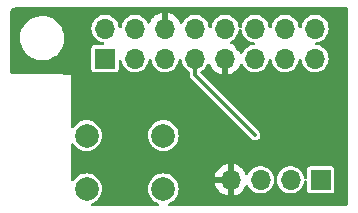
<source format=gbr>
%TF.GenerationSoftware,KiCad,Pcbnew,6.0.6*%
%TF.CreationDate,2022-09-07T18:25:10+01:00*%
%TF.ProjectId,Raspberry PI HAT,52617370-6265-4727-9279-205049204841,rev?*%
%TF.SameCoordinates,Original*%
%TF.FileFunction,Copper,L2,Bot*%
%TF.FilePolarity,Positive*%
%FSLAX46Y46*%
G04 Gerber Fmt 4.6, Leading zero omitted, Abs format (unit mm)*
G04 Created by KiCad (PCBNEW 6.0.6) date 2022-09-07 18:25:10*
%MOMM*%
%LPD*%
G01*
G04 APERTURE LIST*
%TA.AperFunction,ComponentPad*%
%ADD10R,1.700000X1.700000*%
%TD*%
%TA.AperFunction,ComponentPad*%
%ADD11O,1.700000X1.700000*%
%TD*%
%TA.AperFunction,ComponentPad*%
%ADD12C,2.000000*%
%TD*%
%TA.AperFunction,ViaPad*%
%ADD13C,0.800000*%
%TD*%
%TA.AperFunction,Conductor*%
%ADD14C,0.300000*%
%TD*%
G04 APERTURE END LIST*
D10*
%TO.P,U1,1,VCC*%
%TO.N,/3.3v*%
X112064800Y-79451200D03*
D11*
%TO.P,U1,2,IO*%
%TO.N,Net-(J1-Pad11)*%
X109524800Y-79451200D03*
%TO.P,U1,3,NC*%
%TO.N,unconnected-(U1-Pad3)*%
X106984800Y-79451200D03*
%TO.P,U1,4,GND*%
%TO.N,/GND*%
X104444800Y-79451200D03*
%TD*%
D10*
%TO.P,J1,1,3V3*%
%TO.N,/3.3v*%
X93820000Y-69189600D03*
D11*
%TO.P,J1,2,5V*%
%TO.N,unconnected-(J1-Pad2)*%
X93820000Y-66649600D03*
%TO.P,J1,3,SDA/GPIO2*%
%TO.N,unconnected-(J1-Pad3)*%
X96360000Y-69189600D03*
%TO.P,J1,4,5V*%
%TO.N,unconnected-(J1-Pad4)*%
X96360000Y-66649600D03*
%TO.P,J1,5,SCL/GPIO3*%
%TO.N,unconnected-(J1-Pad5)*%
X98900000Y-69189600D03*
%TO.P,J1,6,GND*%
%TO.N,/GND*%
X98900000Y-66649600D03*
%TO.P,J1,7,GCLK0/GPIO4*%
%TO.N,Net-(J1-Pad7)*%
X101440000Y-69189600D03*
%TO.P,J1,8,GPIO14/TXD*%
%TO.N,/button input*%
X101440000Y-66649600D03*
%TO.P,J1,9,GND*%
%TO.N,/GND*%
X103980000Y-69189600D03*
%TO.P,J1,10,GPIO15/RXD*%
%TO.N,unconnected-(J1-Pad10)*%
X103980000Y-66649600D03*
%TO.P,J1,11,GPIO17*%
%TO.N,Net-(J1-Pad11)*%
X106520000Y-69189600D03*
%TO.P,J1,12,GPIO18/PWM0*%
%TO.N,unconnected-(J1-Pad12)*%
X106520000Y-66649600D03*
%TO.P,J1,13,GPIO27*%
%TO.N,unconnected-(J1-Pad13)*%
X109060000Y-69189600D03*
%TO.P,J1,14,GND*%
%TO.N,unconnected-(J1-Pad14)*%
X109060000Y-66649600D03*
%TO.P,J1,15,GPIO22*%
%TO.N,unconnected-(J1-Pad15)*%
X111600000Y-69189600D03*
%TO.P,J1,16,GPIO23*%
%TO.N,unconnected-(J1-Pad16)*%
X111600000Y-66649600D03*
%TD*%
D12*
%TO.P,SW1,1,1*%
%TO.N,/3.3v*%
X92255200Y-80213200D03*
X98755200Y-80213200D03*
%TO.P,SW1,2,2*%
%TO.N,/button input*%
X98755200Y-75713200D03*
X92255200Y-75713200D03*
%TD*%
D13*
%TO.N,/GND*%
X105206800Y-68173600D03*
X109728000Y-73863200D03*
%TD*%
D14*
%TO.N,Net-(J1-Pad7)*%
X101440000Y-70553600D02*
X101440000Y-69189600D01*
X106527600Y-75641200D02*
X101440000Y-70553600D01*
%TD*%
%TA.AperFunction,Conductor*%
%TO.N,/GND*%
G36*
X114348021Y-64836502D02*
G01*
X114394514Y-64890158D01*
X114405900Y-64942500D01*
X114405900Y-81514802D01*
X114385898Y-81582923D01*
X114332242Y-81629416D01*
X114280167Y-81640802D01*
X104469224Y-81661588D01*
X99271367Y-81672601D01*
X99203205Y-81652743D01*
X99156599Y-81599186D01*
X99146346Y-81528934D01*
X99175702Y-81464290D01*
X99217851Y-81432406D01*
X99402953Y-81346091D01*
X99402956Y-81346089D01*
X99407934Y-81343768D01*
X99594339Y-81213247D01*
X99755247Y-81052339D01*
X99885768Y-80865934D01*
X99923633Y-80784734D01*
X99979616Y-80664678D01*
X99979617Y-80664676D01*
X99981939Y-80659696D01*
X99992934Y-80618664D01*
X100039411Y-80445207D01*
X100039411Y-80445205D01*
X100040835Y-80439892D01*
X100060668Y-80213200D01*
X100040835Y-79986508D01*
X100021858Y-79915683D01*
X99983362Y-79772014D01*
X99983361Y-79772012D01*
X99981939Y-79766704D01*
X99959771Y-79719166D01*
X103113057Y-79719166D01*
X103143365Y-79853646D01*
X103146445Y-79863475D01*
X103226570Y-80060803D01*
X103231213Y-80069994D01*
X103342494Y-80251588D01*
X103348577Y-80259899D01*
X103488013Y-80420867D01*
X103495380Y-80428083D01*
X103659234Y-80564116D01*
X103667681Y-80570031D01*
X103851556Y-80677479D01*
X103860842Y-80681929D01*
X104059801Y-80757903D01*
X104069699Y-80760779D01*
X104173050Y-80781806D01*
X104187099Y-80780610D01*
X104190800Y-80770265D01*
X104190800Y-80769717D01*
X104698800Y-80769717D01*
X104702864Y-80783559D01*
X104716278Y-80785593D01*
X104722984Y-80784734D01*
X104733062Y-80782592D01*
X104937055Y-80721391D01*
X104946642Y-80717633D01*
X105137895Y-80623939D01*
X105146745Y-80618664D01*
X105320128Y-80494992D01*
X105328000Y-80488339D01*
X105478852Y-80338012D01*
X105485530Y-80330165D01*
X105609803Y-80157220D01*
X105615113Y-80148383D01*
X105709470Y-79957467D01*
X105712819Y-79949009D01*
X105756493Y-79893036D01*
X105823496Y-79869559D01*
X105892555Y-79886035D01*
X105944397Y-79942642D01*
X105962169Y-79981193D01*
X105984169Y-80028914D01*
X106106205Y-80201591D01*
X106110339Y-80205618D01*
X106250527Y-80342183D01*
X106257665Y-80349137D01*
X106262461Y-80352342D01*
X106262464Y-80352344D01*
X106365016Y-80420867D01*
X106433477Y-80466611D01*
X106438785Y-80468892D01*
X106438786Y-80468892D01*
X106622450Y-80547800D01*
X106622453Y-80547801D01*
X106627753Y-80550078D01*
X106633382Y-80551352D01*
X106633383Y-80551352D01*
X106828350Y-80595469D01*
X106828353Y-80595469D01*
X106833986Y-80596744D01*
X106839757Y-80596971D01*
X106839759Y-80596971D01*
X106901789Y-80599408D01*
X107045270Y-80605046D01*
X107050979Y-80604218D01*
X107050983Y-80604218D01*
X107248815Y-80575533D01*
X107248819Y-80575532D01*
X107254530Y-80574704D01*
X107341379Y-80545223D01*
X107449283Y-80508595D01*
X107449288Y-80508593D01*
X107454755Y-80506737D01*
X107459798Y-80503913D01*
X107634195Y-80406246D01*
X107634199Y-80406243D01*
X107639242Y-80403419D01*
X107801812Y-80268212D01*
X107937019Y-80105642D01*
X107939843Y-80100599D01*
X107939846Y-80100595D01*
X108037513Y-79926198D01*
X108037514Y-79926196D01*
X108040337Y-79921155D01*
X108042193Y-79915688D01*
X108042195Y-79915683D01*
X108106447Y-79726400D01*
X108108304Y-79720930D01*
X108120394Y-79637550D01*
X108129890Y-79572060D01*
X108159460Y-79507515D01*
X108219232Y-79469203D01*
X108290229Y-79469287D01*
X108349909Y-79507742D01*
X108379325Y-79572358D01*
X108380315Y-79581895D01*
X108383596Y-79631949D01*
X108385017Y-79637545D01*
X108385018Y-79637550D01*
X108417820Y-79766704D01*
X108435645Y-79836890D01*
X108524169Y-80028914D01*
X108646205Y-80201591D01*
X108650339Y-80205618D01*
X108790527Y-80342183D01*
X108797665Y-80349137D01*
X108802461Y-80352342D01*
X108802464Y-80352344D01*
X108905016Y-80420867D01*
X108973477Y-80466611D01*
X108978785Y-80468892D01*
X108978786Y-80468892D01*
X109162450Y-80547800D01*
X109162453Y-80547801D01*
X109167753Y-80550078D01*
X109173382Y-80551352D01*
X109173383Y-80551352D01*
X109368350Y-80595469D01*
X109368353Y-80595469D01*
X109373986Y-80596744D01*
X109379757Y-80596971D01*
X109379759Y-80596971D01*
X109441789Y-80599408D01*
X109585270Y-80605046D01*
X109590979Y-80604218D01*
X109590983Y-80604218D01*
X109788815Y-80575533D01*
X109788819Y-80575532D01*
X109794530Y-80574704D01*
X109881379Y-80545223D01*
X109989283Y-80508595D01*
X109989288Y-80508593D01*
X109994755Y-80506737D01*
X109999798Y-80503913D01*
X110174195Y-80406246D01*
X110174199Y-80406243D01*
X110179242Y-80403419D01*
X110341812Y-80268212D01*
X110477019Y-80105642D01*
X110479843Y-80100599D01*
X110479846Y-80100595D01*
X110577513Y-79926198D01*
X110577514Y-79926196D01*
X110580337Y-79921155D01*
X110582193Y-79915688D01*
X110582195Y-79915683D01*
X110646447Y-79726400D01*
X110648304Y-79720930D01*
X110663604Y-79615411D01*
X110693174Y-79550865D01*
X110752946Y-79512553D01*
X110823943Y-79512637D01*
X110883623Y-79551092D01*
X110913039Y-79615708D01*
X110914300Y-79633491D01*
X110914300Y-80345846D01*
X110917418Y-80372046D01*
X110962861Y-80474353D01*
X110971094Y-80482572D01*
X110971095Y-80482573D01*
X110997163Y-80508595D01*
X111042087Y-80553441D01*
X111052724Y-80558144D01*
X111052726Y-80558145D01*
X111090182Y-80574704D01*
X111144473Y-80598706D01*
X111170154Y-80601700D01*
X112959446Y-80601700D01*
X112963150Y-80601259D01*
X112963153Y-80601259D01*
X112970546Y-80600379D01*
X112985646Y-80598582D01*
X113087953Y-80553139D01*
X113167041Y-80473913D01*
X113184505Y-80434412D01*
X113198065Y-80403738D01*
X113212306Y-80371527D01*
X113215300Y-80345846D01*
X113215300Y-78556554D01*
X113212182Y-78530354D01*
X113166739Y-78428047D01*
X113158244Y-78419566D01*
X113095745Y-78357177D01*
X113087513Y-78348959D01*
X113076876Y-78344256D01*
X113076874Y-78344255D01*
X113007798Y-78313717D01*
X112985127Y-78303694D01*
X112959446Y-78300700D01*
X111170154Y-78300700D01*
X111166450Y-78301141D01*
X111166447Y-78301141D01*
X111159054Y-78302021D01*
X111143954Y-78303818D01*
X111135314Y-78307656D01*
X111135313Y-78307656D01*
X111068931Y-78337142D01*
X111041647Y-78349261D01*
X110962559Y-78428487D01*
X110957856Y-78439124D01*
X110957855Y-78439126D01*
X110931535Y-78498662D01*
X110917294Y-78530873D01*
X110914300Y-78556554D01*
X110914300Y-79250311D01*
X110894298Y-79318432D01*
X110840642Y-79364925D01*
X110770368Y-79375029D01*
X110705788Y-79345535D01*
X110667404Y-79285809D01*
X110662829Y-79261840D01*
X110661410Y-79246397D01*
X110660881Y-79240640D01*
X110654228Y-79217048D01*
X110617208Y-79085787D01*
X110603486Y-79037131D01*
X110594492Y-79018892D01*
X110512519Y-78852669D01*
X110509965Y-78847490D01*
X110383451Y-78678067D01*
X110256036Y-78560286D01*
X110232422Y-78538457D01*
X110232420Y-78538455D01*
X110228181Y-78534537D01*
X110096441Y-78451415D01*
X110054234Y-78424784D01*
X110054233Y-78424784D01*
X110049354Y-78421705D01*
X109852960Y-78343352D01*
X109847303Y-78342227D01*
X109847297Y-78342225D01*
X109651242Y-78303228D01*
X109651240Y-78303228D01*
X109645575Y-78302101D01*
X109639800Y-78302025D01*
X109639796Y-78302025D01*
X109533776Y-78300637D01*
X109434146Y-78299333D01*
X109428449Y-78300312D01*
X109428448Y-78300312D01*
X109231450Y-78334162D01*
X109231449Y-78334162D01*
X109225753Y-78335141D01*
X109027375Y-78408327D01*
X109022414Y-78411279D01*
X109022413Y-78411279D01*
X108976353Y-78438682D01*
X108845656Y-78516438D01*
X108686681Y-78655855D01*
X108555776Y-78821908D01*
X108553087Y-78827019D01*
X108553085Y-78827022D01*
X108539592Y-78852669D01*
X108457323Y-79009036D01*
X108394620Y-79210973D01*
X108393941Y-79216710D01*
X108379888Y-79335439D01*
X108352017Y-79400737D01*
X108293269Y-79440601D01*
X108222294Y-79442374D01*
X108161628Y-79405495D01*
X108130530Y-79341671D01*
X108129290Y-79332158D01*
X108125032Y-79285809D01*
X108120881Y-79240640D01*
X108114228Y-79217048D01*
X108077208Y-79085787D01*
X108063486Y-79037131D01*
X108054492Y-79018892D01*
X107972519Y-78852669D01*
X107969965Y-78847490D01*
X107843451Y-78678067D01*
X107716036Y-78560286D01*
X107692422Y-78538457D01*
X107692420Y-78538455D01*
X107688181Y-78534537D01*
X107556441Y-78451415D01*
X107514234Y-78424784D01*
X107514233Y-78424784D01*
X107509354Y-78421705D01*
X107312960Y-78343352D01*
X107307303Y-78342227D01*
X107307297Y-78342225D01*
X107111242Y-78303228D01*
X107111240Y-78303228D01*
X107105575Y-78302101D01*
X107099800Y-78302025D01*
X107099796Y-78302025D01*
X106993776Y-78300637D01*
X106894146Y-78299333D01*
X106888449Y-78300312D01*
X106888448Y-78300312D01*
X106691450Y-78334162D01*
X106691449Y-78334162D01*
X106685753Y-78335141D01*
X106487375Y-78408327D01*
X106482414Y-78411279D01*
X106482413Y-78411279D01*
X106436353Y-78438682D01*
X106305656Y-78516438D01*
X106146681Y-78655855D01*
X106015776Y-78821908D01*
X106013087Y-78827019D01*
X106013085Y-78827022D01*
X105938955Y-78967920D01*
X105889536Y-79018892D01*
X105820403Y-79035055D01*
X105753507Y-79011276D01*
X105711897Y-78959494D01*
X105647771Y-78812014D01*
X105642905Y-78802939D01*
X105527226Y-78624126D01*
X105520936Y-78615957D01*
X105377606Y-78458440D01*
X105370073Y-78451415D01*
X105202939Y-78319422D01*
X105194352Y-78313717D01*
X105007917Y-78210799D01*
X104998505Y-78206569D01*
X104797759Y-78135480D01*
X104787788Y-78132846D01*
X104716637Y-78120172D01*
X104703340Y-78121632D01*
X104698800Y-78136189D01*
X104698800Y-80769717D01*
X104190800Y-80769717D01*
X104190800Y-79723315D01*
X104186325Y-79708076D01*
X104184935Y-79706871D01*
X104177252Y-79705200D01*
X103128025Y-79705200D01*
X103114494Y-79709173D01*
X103113057Y-79719166D01*
X99959771Y-79719166D01*
X99921713Y-79637550D01*
X99888091Y-79565447D01*
X99888089Y-79565444D01*
X99885768Y-79560466D01*
X99755247Y-79374061D01*
X99594339Y-79213153D01*
X99554679Y-79185383D01*
X103109189Y-79185383D01*
X103110712Y-79193807D01*
X103123092Y-79197200D01*
X104172685Y-79197200D01*
X104187924Y-79192725D01*
X104189129Y-79191335D01*
X104190800Y-79183652D01*
X104190800Y-78134302D01*
X104186882Y-78120958D01*
X104172606Y-78118971D01*
X104134124Y-78124860D01*
X104124088Y-78127251D01*
X103921668Y-78193412D01*
X103912159Y-78197409D01*
X103723263Y-78295742D01*
X103714538Y-78301236D01*
X103544233Y-78429105D01*
X103536526Y-78435948D01*
X103389390Y-78589917D01*
X103382904Y-78597927D01*
X103262898Y-78773849D01*
X103257800Y-78782823D01*
X103168138Y-78975983D01*
X103164575Y-78985670D01*
X103109189Y-79185383D01*
X99554679Y-79185383D01*
X99407934Y-79082632D01*
X99402956Y-79080311D01*
X99402953Y-79080309D01*
X99206678Y-78988784D01*
X99206676Y-78988783D01*
X99201696Y-78986461D01*
X99196388Y-78985039D01*
X99196386Y-78985038D01*
X98987207Y-78928989D01*
X98987205Y-78928989D01*
X98981892Y-78927565D01*
X98755200Y-78907732D01*
X98528508Y-78927565D01*
X98523195Y-78928989D01*
X98523193Y-78928989D01*
X98314014Y-78985038D01*
X98314012Y-78985039D01*
X98308704Y-78986461D01*
X98303724Y-78988783D01*
X98303722Y-78988784D01*
X98107447Y-79080309D01*
X98107444Y-79080311D01*
X98102466Y-79082632D01*
X97916061Y-79213153D01*
X97755153Y-79374061D01*
X97624632Y-79560466D01*
X97622311Y-79565444D01*
X97622309Y-79565447D01*
X97588687Y-79637550D01*
X97528461Y-79766704D01*
X97527039Y-79772012D01*
X97527038Y-79772014D01*
X97488542Y-79915683D01*
X97469565Y-79986508D01*
X97449732Y-80213200D01*
X97469565Y-80439892D01*
X97470989Y-80445205D01*
X97470989Y-80445207D01*
X97517467Y-80618664D01*
X97528461Y-80659696D01*
X97530783Y-80664676D01*
X97530784Y-80664678D01*
X97586768Y-80784734D01*
X97624632Y-80865934D01*
X97755153Y-81052339D01*
X97916061Y-81213247D01*
X98102466Y-81343768D01*
X98107444Y-81346089D01*
X98107447Y-81346091D01*
X98297216Y-81434582D01*
X98350501Y-81481500D01*
X98369962Y-81549777D01*
X98349420Y-81617737D01*
X98295397Y-81663802D01*
X98244233Y-81674777D01*
X92737879Y-81686443D01*
X92669716Y-81666585D01*
X92623110Y-81613028D01*
X92612857Y-81542776D01*
X92642213Y-81478132D01*
X92694518Y-81442042D01*
X92696389Y-81441361D01*
X92701696Y-81439939D01*
X92792676Y-81397514D01*
X92902953Y-81346091D01*
X92902956Y-81346089D01*
X92907934Y-81343768D01*
X93094339Y-81213247D01*
X93255247Y-81052339D01*
X93385768Y-80865934D01*
X93423633Y-80784734D01*
X93479616Y-80664678D01*
X93479617Y-80664676D01*
X93481939Y-80659696D01*
X93492934Y-80618664D01*
X93539411Y-80445207D01*
X93539411Y-80445205D01*
X93540835Y-80439892D01*
X93560668Y-80213200D01*
X93540835Y-79986508D01*
X93521858Y-79915683D01*
X93483362Y-79772014D01*
X93483361Y-79772012D01*
X93481939Y-79766704D01*
X93421713Y-79637550D01*
X93388091Y-79565447D01*
X93388089Y-79565444D01*
X93385768Y-79560466D01*
X93255247Y-79374061D01*
X93094339Y-79213153D01*
X92907934Y-79082632D01*
X92902956Y-79080311D01*
X92902953Y-79080309D01*
X92706678Y-78988784D01*
X92706676Y-78988783D01*
X92701696Y-78986461D01*
X92696388Y-78985039D01*
X92696386Y-78985038D01*
X92487207Y-78928989D01*
X92487205Y-78928989D01*
X92481892Y-78927565D01*
X92255200Y-78907732D01*
X92028508Y-78927565D01*
X92023195Y-78928989D01*
X92023193Y-78928989D01*
X91814014Y-78985038D01*
X91814012Y-78985039D01*
X91808704Y-78986461D01*
X91803724Y-78988783D01*
X91803722Y-78988784D01*
X91607447Y-79080309D01*
X91607444Y-79080311D01*
X91602466Y-79082632D01*
X91416061Y-79213153D01*
X91255153Y-79374061D01*
X91211817Y-79435952D01*
X91161213Y-79508222D01*
X91105756Y-79552551D01*
X91035137Y-79559860D01*
X90971776Y-79527830D01*
X90935791Y-79466628D01*
X90932000Y-79435952D01*
X90932000Y-76490448D01*
X90952002Y-76422327D01*
X91005658Y-76375834D01*
X91075932Y-76365730D01*
X91140512Y-76395224D01*
X91161213Y-76418178D01*
X91255153Y-76552339D01*
X91416061Y-76713247D01*
X91602466Y-76843768D01*
X91607444Y-76846089D01*
X91607447Y-76846091D01*
X91803722Y-76937616D01*
X91808704Y-76939939D01*
X91814012Y-76941361D01*
X91814014Y-76941362D01*
X92023193Y-76997411D01*
X92023195Y-76997411D01*
X92028508Y-76998835D01*
X92255200Y-77018668D01*
X92481892Y-76998835D01*
X92487205Y-76997411D01*
X92487207Y-76997411D01*
X92696386Y-76941362D01*
X92696388Y-76941361D01*
X92701696Y-76939939D01*
X92706678Y-76937616D01*
X92902953Y-76846091D01*
X92902956Y-76846089D01*
X92907934Y-76843768D01*
X93094339Y-76713247D01*
X93255247Y-76552339D01*
X93385768Y-76365934D01*
X93481939Y-76159696D01*
X93500179Y-76091625D01*
X93539411Y-75945207D01*
X93539411Y-75945205D01*
X93540835Y-75939892D01*
X93560668Y-75713200D01*
X97449732Y-75713200D01*
X97469565Y-75939892D01*
X97470989Y-75945205D01*
X97470989Y-75945207D01*
X97510222Y-76091625D01*
X97528461Y-76159696D01*
X97624632Y-76365934D01*
X97755153Y-76552339D01*
X97916061Y-76713247D01*
X98102466Y-76843768D01*
X98107444Y-76846089D01*
X98107447Y-76846091D01*
X98303722Y-76937616D01*
X98308704Y-76939939D01*
X98314012Y-76941361D01*
X98314014Y-76941362D01*
X98523193Y-76997411D01*
X98523195Y-76997411D01*
X98528508Y-76998835D01*
X98755200Y-77018668D01*
X98981892Y-76998835D01*
X98987205Y-76997411D01*
X98987207Y-76997411D01*
X99196386Y-76941362D01*
X99196388Y-76941361D01*
X99201696Y-76939939D01*
X99206678Y-76937616D01*
X99402953Y-76846091D01*
X99402956Y-76846089D01*
X99407934Y-76843768D01*
X99594339Y-76713247D01*
X99755247Y-76552339D01*
X99885768Y-76365934D01*
X99981939Y-76159696D01*
X100000179Y-76091625D01*
X100039411Y-75945207D01*
X100039411Y-75945205D01*
X100040835Y-75939892D01*
X100060668Y-75713200D01*
X100040835Y-75486508D01*
X99981939Y-75266704D01*
X99885768Y-75060466D01*
X99755247Y-74874061D01*
X99594339Y-74713153D01*
X99407934Y-74582632D01*
X99402956Y-74580311D01*
X99402953Y-74580309D01*
X99206678Y-74488784D01*
X99206676Y-74488783D01*
X99201696Y-74486461D01*
X99196388Y-74485039D01*
X99196386Y-74485038D01*
X98987207Y-74428989D01*
X98987205Y-74428989D01*
X98981892Y-74427565D01*
X98755200Y-74407732D01*
X98528508Y-74427565D01*
X98523195Y-74428989D01*
X98523193Y-74428989D01*
X98314014Y-74485038D01*
X98314012Y-74485039D01*
X98308704Y-74486461D01*
X98303724Y-74488783D01*
X98303722Y-74488784D01*
X98107447Y-74580309D01*
X98107444Y-74580311D01*
X98102466Y-74582632D01*
X97916061Y-74713153D01*
X97755153Y-74874061D01*
X97624632Y-75060466D01*
X97528461Y-75266704D01*
X97469565Y-75486508D01*
X97449732Y-75713200D01*
X93560668Y-75713200D01*
X93540835Y-75486508D01*
X93481939Y-75266704D01*
X93385768Y-75060466D01*
X93255247Y-74874061D01*
X93094339Y-74713153D01*
X92907934Y-74582632D01*
X92902956Y-74580311D01*
X92902953Y-74580309D01*
X92706678Y-74488784D01*
X92706676Y-74488783D01*
X92701696Y-74486461D01*
X92696388Y-74485039D01*
X92696386Y-74485038D01*
X92487207Y-74428989D01*
X92487205Y-74428989D01*
X92481892Y-74427565D01*
X92255200Y-74407732D01*
X92028508Y-74427565D01*
X92023195Y-74428989D01*
X92023193Y-74428989D01*
X91814014Y-74485038D01*
X91814012Y-74485039D01*
X91808704Y-74486461D01*
X91803724Y-74488783D01*
X91803722Y-74488784D01*
X91607447Y-74580309D01*
X91607444Y-74580311D01*
X91602466Y-74582632D01*
X91416061Y-74713153D01*
X91255153Y-74874061D01*
X91251994Y-74878573D01*
X91161213Y-75008222D01*
X91105756Y-75052551D01*
X91035137Y-75059860D01*
X90971776Y-75027830D01*
X90935791Y-74966628D01*
X90932000Y-74935952D01*
X90932000Y-70612000D01*
X90441870Y-70612000D01*
X90377094Y-70593253D01*
X90377015Y-70593409D01*
X90371739Y-70590732D01*
X90237933Y-70522846D01*
X90237931Y-70522845D01*
X90232656Y-70520169D01*
X90226971Y-70518524D01*
X90226969Y-70518523D01*
X90082854Y-70476816D01*
X90082851Y-70476815D01*
X90077162Y-70475169D01*
X90038079Y-70471488D01*
X89983000Y-70466300D01*
X89977559Y-70465387D01*
X89975378Y-70464517D01*
X89969085Y-70463900D01*
X89963432Y-70463900D01*
X89951617Y-70463345D01*
X89929905Y-70461300D01*
X89928995Y-70461177D01*
X89928598Y-70461177D01*
X89924850Y-70460824D01*
X89916000Y-70459264D01*
X89900563Y-70461986D01*
X89878683Y-70463900D01*
X85927200Y-70463900D01*
X85859079Y-70443898D01*
X85812586Y-70390242D01*
X85801200Y-70337900D01*
X85801200Y-67403656D01*
X86624321Y-67403656D01*
X86624496Y-67408108D01*
X86626629Y-67462400D01*
X86633076Y-67626483D01*
X86634692Y-67667625D01*
X86682154Y-67927500D01*
X86696556Y-67970668D01*
X86759131Y-68158227D01*
X86765759Y-68178095D01*
X86883839Y-68414410D01*
X87034037Y-68631730D01*
X87037053Y-68634992D01*
X87037058Y-68634999D01*
X87172110Y-68781096D01*
X87213359Y-68825719D01*
X87216813Y-68828531D01*
X87414767Y-68989691D01*
X87414771Y-68989694D01*
X87418224Y-68992505D01*
X87422046Y-68994806D01*
X87639178Y-69125530D01*
X87644546Y-69128762D01*
X87680284Y-69143895D01*
X87883711Y-69230036D01*
X87883715Y-69230037D01*
X87887809Y-69231771D01*
X87892101Y-69232909D01*
X87892104Y-69232910D01*
X88138862Y-69298337D01*
X88138866Y-69298338D01*
X88143159Y-69299476D01*
X88147568Y-69299998D01*
X88147574Y-69299999D01*
X88293326Y-69317249D01*
X88405501Y-69330526D01*
X88669602Y-69324302D01*
X88693640Y-69320301D01*
X88925800Y-69281659D01*
X88925804Y-69281658D01*
X88930190Y-69280928D01*
X88934431Y-69279587D01*
X88934434Y-69279586D01*
X89177821Y-69202613D01*
X89177823Y-69202612D01*
X89182067Y-69201270D01*
X89420208Y-69086916D01*
X89616733Y-68955602D01*
X89636152Y-68942627D01*
X89636156Y-68942624D01*
X89639860Y-68940149D01*
X89643177Y-68937178D01*
X89643181Y-68937175D01*
X89833323Y-68766870D01*
X89833324Y-68766869D01*
X89836641Y-68763898D01*
X90006625Y-68561677D01*
X90146420Y-68337523D01*
X90253237Y-68095908D01*
X90315288Y-67875891D01*
X90323733Y-67845948D01*
X90323734Y-67845944D01*
X90324944Y-67841653D01*
X90360112Y-67579831D01*
X90361253Y-67543510D01*
X90363701Y-67465622D01*
X90363701Y-67465617D01*
X90363802Y-67462400D01*
X90345144Y-67198886D01*
X90334062Y-67147409D01*
X90290479Y-66944977D01*
X90290479Y-66944975D01*
X90289543Y-66940630D01*
X90198108Y-66692785D01*
X90170044Y-66640774D01*
X90158486Y-66619354D01*
X92664967Y-66619354D01*
X92678796Y-66830349D01*
X92680217Y-66835945D01*
X92680218Y-66835950D01*
X92702784Y-66924800D01*
X92730845Y-67035290D01*
X92819369Y-67227314D01*
X92941405Y-67399991D01*
X93092865Y-67547537D01*
X93097661Y-67550742D01*
X93097664Y-67550744D01*
X93200216Y-67619267D01*
X93268677Y-67665011D01*
X93273985Y-67667292D01*
X93273986Y-67667292D01*
X93457650Y-67746200D01*
X93457653Y-67746201D01*
X93462953Y-67748478D01*
X93468582Y-67749752D01*
X93468583Y-67749752D01*
X93647368Y-67790207D01*
X93709395Y-67824750D01*
X93742899Y-67887343D01*
X93737245Y-67958114D01*
X93694226Y-68014594D01*
X93627501Y-68038849D01*
X93619560Y-68039100D01*
X92925354Y-68039100D01*
X92921650Y-68039541D01*
X92921647Y-68039541D01*
X92914254Y-68040421D01*
X92899154Y-68042218D01*
X92890514Y-68046056D01*
X92890513Y-68046056D01*
X92824131Y-68075542D01*
X92796847Y-68087661D01*
X92717759Y-68166887D01*
X92713056Y-68177524D01*
X92713055Y-68177526D01*
X92686735Y-68237062D01*
X92672494Y-68269273D01*
X92669500Y-68294954D01*
X92669500Y-70084246D01*
X92672618Y-70110446D01*
X92676456Y-70119086D01*
X92676456Y-70119087D01*
X92713140Y-70201674D01*
X92718061Y-70212753D01*
X92726294Y-70220972D01*
X92726295Y-70220973D01*
X92752363Y-70246995D01*
X92797287Y-70291841D01*
X92807924Y-70296544D01*
X92807926Y-70296545D01*
X92845382Y-70313104D01*
X92899673Y-70337106D01*
X92925354Y-70340100D01*
X94714646Y-70340100D01*
X94718350Y-70339659D01*
X94718353Y-70339659D01*
X94725746Y-70338779D01*
X94740846Y-70336982D01*
X94753569Y-70331331D01*
X94832518Y-70296263D01*
X94843153Y-70291539D01*
X94922241Y-70212313D01*
X94967506Y-70109927D01*
X94970500Y-70084246D01*
X94970500Y-69400273D01*
X94990502Y-69332152D01*
X95044158Y-69285659D01*
X95114432Y-69275555D01*
X95179012Y-69305049D01*
X95217396Y-69364775D01*
X95218658Y-69370384D01*
X95218796Y-69370349D01*
X95270845Y-69575290D01*
X95359369Y-69767314D01*
X95481405Y-69939991D01*
X95485539Y-69944018D01*
X95625727Y-70080583D01*
X95632865Y-70087537D01*
X95637661Y-70090742D01*
X95637664Y-70090744D01*
X95740216Y-70159267D01*
X95808677Y-70205011D01*
X95813985Y-70207292D01*
X95813986Y-70207292D01*
X95997650Y-70286200D01*
X95997653Y-70286201D01*
X96002953Y-70288478D01*
X96008582Y-70289752D01*
X96008583Y-70289752D01*
X96203550Y-70333869D01*
X96203553Y-70333869D01*
X96209186Y-70335144D01*
X96214957Y-70335371D01*
X96214959Y-70335371D01*
X96276989Y-70337808D01*
X96420470Y-70343446D01*
X96426179Y-70342618D01*
X96426183Y-70342618D01*
X96624015Y-70313933D01*
X96624019Y-70313932D01*
X96629730Y-70313104D01*
X96716579Y-70283623D01*
X96824483Y-70246995D01*
X96824488Y-70246993D01*
X96829955Y-70245137D01*
X96834998Y-70242313D01*
X97009395Y-70144646D01*
X97009399Y-70144643D01*
X97014442Y-70141819D01*
X97177012Y-70006612D01*
X97312219Y-69844042D01*
X97315043Y-69838999D01*
X97315046Y-69838995D01*
X97412713Y-69664598D01*
X97412714Y-69664596D01*
X97415537Y-69659555D01*
X97417393Y-69654088D01*
X97417395Y-69654083D01*
X97481647Y-69464800D01*
X97483504Y-69459330D01*
X97496406Y-69370349D01*
X97505090Y-69310460D01*
X97534660Y-69245915D01*
X97594432Y-69207603D01*
X97665429Y-69207687D01*
X97725109Y-69246142D01*
X97754525Y-69310758D01*
X97755515Y-69320295D01*
X97758796Y-69370349D01*
X97760217Y-69375945D01*
X97760218Y-69375950D01*
X97782784Y-69464800D01*
X97810845Y-69575290D01*
X97899369Y-69767314D01*
X98021405Y-69939991D01*
X98025539Y-69944018D01*
X98165727Y-70080583D01*
X98172865Y-70087537D01*
X98177661Y-70090742D01*
X98177664Y-70090744D01*
X98280216Y-70159267D01*
X98348677Y-70205011D01*
X98353985Y-70207292D01*
X98353986Y-70207292D01*
X98537650Y-70286200D01*
X98537653Y-70286201D01*
X98542953Y-70288478D01*
X98548582Y-70289752D01*
X98548583Y-70289752D01*
X98743550Y-70333869D01*
X98743553Y-70333869D01*
X98749186Y-70335144D01*
X98754957Y-70335371D01*
X98754959Y-70335371D01*
X98816989Y-70337808D01*
X98960470Y-70343446D01*
X98966179Y-70342618D01*
X98966183Y-70342618D01*
X99164015Y-70313933D01*
X99164019Y-70313932D01*
X99169730Y-70313104D01*
X99256579Y-70283623D01*
X99364483Y-70246995D01*
X99364488Y-70246993D01*
X99369955Y-70245137D01*
X99374998Y-70242313D01*
X99549395Y-70144646D01*
X99549399Y-70144643D01*
X99554442Y-70141819D01*
X99717012Y-70006612D01*
X99852219Y-69844042D01*
X99855043Y-69838999D01*
X99855046Y-69838995D01*
X99952713Y-69664598D01*
X99952714Y-69664596D01*
X99955537Y-69659555D01*
X99957393Y-69654088D01*
X99957395Y-69654083D01*
X100021647Y-69464800D01*
X100023504Y-69459330D01*
X100036406Y-69370349D01*
X100045090Y-69310460D01*
X100074660Y-69245915D01*
X100134432Y-69207603D01*
X100205429Y-69207687D01*
X100265109Y-69246142D01*
X100294525Y-69310758D01*
X100295515Y-69320295D01*
X100298796Y-69370349D01*
X100300217Y-69375945D01*
X100300218Y-69375950D01*
X100322784Y-69464800D01*
X100350845Y-69575290D01*
X100439369Y-69767314D01*
X100561405Y-69939991D01*
X100565539Y-69944018D01*
X100705727Y-70080583D01*
X100712865Y-70087537D01*
X100717661Y-70090742D01*
X100717664Y-70090744D01*
X100820216Y-70159267D01*
X100888677Y-70205011D01*
X100893985Y-70207292D01*
X100893986Y-70207292D01*
X100913237Y-70215563D01*
X100967930Y-70260830D01*
X100989500Y-70331331D01*
X100989500Y-70519380D01*
X100988627Y-70534189D01*
X100984636Y-70567910D01*
X100986328Y-70577174D01*
X100986328Y-70577175D01*
X100995172Y-70625601D01*
X100995822Y-70629504D01*
X101004551Y-70687562D01*
X101007679Y-70694075D01*
X101008975Y-70701173D01*
X101036025Y-70753247D01*
X101037768Y-70756737D01*
X101063191Y-70809679D01*
X101068077Y-70814965D01*
X101068110Y-70815013D01*
X101071421Y-70821388D01*
X101075725Y-70826428D01*
X101112952Y-70863655D01*
X101116381Y-70867220D01*
X101155146Y-70909156D01*
X101161505Y-70912849D01*
X101167663Y-70918366D01*
X106232984Y-75983687D01*
X106314417Y-76043834D01*
X106442231Y-76088719D01*
X106451636Y-76089089D01*
X106451638Y-76089089D01*
X106513295Y-76091511D01*
X106577594Y-76094038D01*
X106708537Y-76059319D01*
X106728365Y-76046953D01*
X106815489Y-75992618D01*
X106815490Y-75992618D01*
X106823482Y-75987633D01*
X106912267Y-75885317D01*
X106916072Y-75876710D01*
X106916074Y-75876707D01*
X106963236Y-75770027D01*
X106963237Y-75770025D01*
X106967042Y-75761417D01*
X106982964Y-75626890D01*
X106958625Y-75493627D01*
X106896179Y-75373412D01*
X106891875Y-75368372D01*
X101937068Y-70413565D01*
X101903042Y-70351253D01*
X101908107Y-70280438D01*
X101950654Y-70223602D01*
X101964597Y-70214536D01*
X102089395Y-70144646D01*
X102089399Y-70144643D01*
X102094442Y-70141819D01*
X102257012Y-70006612D01*
X102392219Y-69844042D01*
X102488931Y-69671351D01*
X102539667Y-69621691D01*
X102609198Y-69607344D01*
X102675449Y-69632865D01*
X102715607Y-69685515D01*
X102761770Y-69799203D01*
X102766413Y-69808394D01*
X102877694Y-69989988D01*
X102883777Y-69998299D01*
X103023213Y-70159267D01*
X103030580Y-70166483D01*
X103194434Y-70302516D01*
X103202881Y-70308431D01*
X103386756Y-70415879D01*
X103396042Y-70420329D01*
X103595001Y-70496303D01*
X103604899Y-70499179D01*
X103708250Y-70520206D01*
X103722299Y-70519010D01*
X103726000Y-70508665D01*
X103726000Y-69061600D01*
X103746002Y-68993479D01*
X103799658Y-68946986D01*
X103852000Y-68935600D01*
X104108000Y-68935600D01*
X104176121Y-68955602D01*
X104222614Y-69009258D01*
X104234000Y-69061600D01*
X104234000Y-70508117D01*
X104238064Y-70521959D01*
X104251478Y-70523993D01*
X104258184Y-70523134D01*
X104268262Y-70520992D01*
X104472255Y-70459791D01*
X104481842Y-70456033D01*
X104673095Y-70362339D01*
X104681945Y-70357064D01*
X104855328Y-70233392D01*
X104863200Y-70226739D01*
X105014052Y-70076412D01*
X105020730Y-70068565D01*
X105145003Y-69895620D01*
X105150313Y-69886783D01*
X105244670Y-69695867D01*
X105248019Y-69687409D01*
X105291693Y-69631436D01*
X105358696Y-69607959D01*
X105427755Y-69624435D01*
X105479597Y-69681042D01*
X105516951Y-69762069D01*
X105519369Y-69767314D01*
X105641405Y-69939991D01*
X105645539Y-69944018D01*
X105785727Y-70080583D01*
X105792865Y-70087537D01*
X105797661Y-70090742D01*
X105797664Y-70090744D01*
X105900216Y-70159267D01*
X105968677Y-70205011D01*
X105973985Y-70207292D01*
X105973986Y-70207292D01*
X106157650Y-70286200D01*
X106157653Y-70286201D01*
X106162953Y-70288478D01*
X106168582Y-70289752D01*
X106168583Y-70289752D01*
X106363550Y-70333869D01*
X106363553Y-70333869D01*
X106369186Y-70335144D01*
X106374957Y-70335371D01*
X106374959Y-70335371D01*
X106436989Y-70337808D01*
X106580470Y-70343446D01*
X106586179Y-70342618D01*
X106586183Y-70342618D01*
X106784015Y-70313933D01*
X106784019Y-70313932D01*
X106789730Y-70313104D01*
X106876579Y-70283623D01*
X106984483Y-70246995D01*
X106984488Y-70246993D01*
X106989955Y-70245137D01*
X106994998Y-70242313D01*
X107169395Y-70144646D01*
X107169399Y-70144643D01*
X107174442Y-70141819D01*
X107337012Y-70006612D01*
X107472219Y-69844042D01*
X107475043Y-69838999D01*
X107475046Y-69838995D01*
X107572713Y-69664598D01*
X107572714Y-69664596D01*
X107575537Y-69659555D01*
X107577393Y-69654088D01*
X107577395Y-69654083D01*
X107641647Y-69464800D01*
X107643504Y-69459330D01*
X107656406Y-69370349D01*
X107665090Y-69310460D01*
X107694660Y-69245915D01*
X107754432Y-69207603D01*
X107825429Y-69207687D01*
X107885109Y-69246142D01*
X107914525Y-69310758D01*
X107915515Y-69320295D01*
X107918796Y-69370349D01*
X107920217Y-69375945D01*
X107920218Y-69375950D01*
X107942784Y-69464800D01*
X107970845Y-69575290D01*
X108059369Y-69767314D01*
X108181405Y-69939991D01*
X108185539Y-69944018D01*
X108325727Y-70080583D01*
X108332865Y-70087537D01*
X108337661Y-70090742D01*
X108337664Y-70090744D01*
X108440216Y-70159267D01*
X108508677Y-70205011D01*
X108513985Y-70207292D01*
X108513986Y-70207292D01*
X108697650Y-70286200D01*
X108697653Y-70286201D01*
X108702953Y-70288478D01*
X108708582Y-70289752D01*
X108708583Y-70289752D01*
X108903550Y-70333869D01*
X108903553Y-70333869D01*
X108909186Y-70335144D01*
X108914957Y-70335371D01*
X108914959Y-70335371D01*
X108976989Y-70337808D01*
X109120470Y-70343446D01*
X109126179Y-70342618D01*
X109126183Y-70342618D01*
X109324015Y-70313933D01*
X109324019Y-70313932D01*
X109329730Y-70313104D01*
X109416579Y-70283623D01*
X109524483Y-70246995D01*
X109524488Y-70246993D01*
X109529955Y-70245137D01*
X109534998Y-70242313D01*
X109709395Y-70144646D01*
X109709399Y-70144643D01*
X109714442Y-70141819D01*
X109877012Y-70006612D01*
X110012219Y-69844042D01*
X110015043Y-69838999D01*
X110015046Y-69838995D01*
X110112713Y-69664598D01*
X110112714Y-69664596D01*
X110115537Y-69659555D01*
X110117393Y-69654088D01*
X110117395Y-69654083D01*
X110181647Y-69464800D01*
X110183504Y-69459330D01*
X110196406Y-69370349D01*
X110205090Y-69310460D01*
X110234660Y-69245915D01*
X110294432Y-69207603D01*
X110365429Y-69207687D01*
X110425109Y-69246142D01*
X110454525Y-69310758D01*
X110455515Y-69320295D01*
X110458796Y-69370349D01*
X110460217Y-69375945D01*
X110460218Y-69375950D01*
X110482784Y-69464800D01*
X110510845Y-69575290D01*
X110599369Y-69767314D01*
X110721405Y-69939991D01*
X110725539Y-69944018D01*
X110865727Y-70080583D01*
X110872865Y-70087537D01*
X110877661Y-70090742D01*
X110877664Y-70090744D01*
X110980216Y-70159267D01*
X111048677Y-70205011D01*
X111053985Y-70207292D01*
X111053986Y-70207292D01*
X111237650Y-70286200D01*
X111237653Y-70286201D01*
X111242953Y-70288478D01*
X111248582Y-70289752D01*
X111248583Y-70289752D01*
X111443550Y-70333869D01*
X111443553Y-70333869D01*
X111449186Y-70335144D01*
X111454957Y-70335371D01*
X111454959Y-70335371D01*
X111516989Y-70337808D01*
X111660470Y-70343446D01*
X111666179Y-70342618D01*
X111666183Y-70342618D01*
X111864015Y-70313933D01*
X111864019Y-70313932D01*
X111869730Y-70313104D01*
X111956579Y-70283623D01*
X112064483Y-70246995D01*
X112064488Y-70246993D01*
X112069955Y-70245137D01*
X112074998Y-70242313D01*
X112249395Y-70144646D01*
X112249399Y-70144643D01*
X112254442Y-70141819D01*
X112417012Y-70006612D01*
X112552219Y-69844042D01*
X112555043Y-69838999D01*
X112555046Y-69838995D01*
X112652713Y-69664598D01*
X112652714Y-69664596D01*
X112655537Y-69659555D01*
X112657393Y-69654088D01*
X112657395Y-69654083D01*
X112721647Y-69464800D01*
X112723504Y-69459330D01*
X112737243Y-69364581D01*
X112753314Y-69253740D01*
X112753314Y-69253738D01*
X112753846Y-69250070D01*
X112755429Y-69189600D01*
X112736081Y-68979040D01*
X112678686Y-68775531D01*
X112672950Y-68763898D01*
X112587719Y-68591069D01*
X112585165Y-68585890D01*
X112518228Y-68496251D01*
X112462104Y-68421091D01*
X112462103Y-68421090D01*
X112458651Y-68416467D01*
X112331236Y-68298686D01*
X112307622Y-68276857D01*
X112307620Y-68276855D01*
X112303381Y-68272937D01*
X112153066Y-68178095D01*
X112129434Y-68163184D01*
X112129433Y-68163184D01*
X112124554Y-68160105D01*
X111928160Y-68081752D01*
X111922503Y-68080627D01*
X111922497Y-68080625D01*
X111729407Y-68042218D01*
X111725234Y-68041388D01*
X111662324Y-68008481D01*
X111627192Y-67946786D01*
X111630992Y-67875891D01*
X111672517Y-67818305D01*
X111731734Y-67793113D01*
X111864015Y-67773933D01*
X111864019Y-67773932D01*
X111869730Y-67773104D01*
X111948987Y-67746200D01*
X112064483Y-67706995D01*
X112064488Y-67706993D01*
X112069955Y-67705137D01*
X112074998Y-67702313D01*
X112249395Y-67604646D01*
X112249399Y-67604643D01*
X112254442Y-67601819D01*
X112417012Y-67466612D01*
X112552219Y-67304042D01*
X112555043Y-67298999D01*
X112555046Y-67298995D01*
X112652713Y-67124598D01*
X112652714Y-67124596D01*
X112655537Y-67119555D01*
X112657393Y-67114088D01*
X112657395Y-67114083D01*
X112716274Y-66940630D01*
X112723504Y-66919330D01*
X112737243Y-66824581D01*
X112753314Y-66713740D01*
X112753314Y-66713738D01*
X112753846Y-66710070D01*
X112755429Y-66649600D01*
X112736081Y-66439040D01*
X112678686Y-66235531D01*
X112669692Y-66217292D01*
X112587719Y-66051069D01*
X112585165Y-66045890D01*
X112458651Y-65876467D01*
X112343682Y-65770191D01*
X112307622Y-65736857D01*
X112307620Y-65736855D01*
X112303381Y-65732937D01*
X112209764Y-65673869D01*
X112129434Y-65623184D01*
X112129433Y-65623184D01*
X112124554Y-65620105D01*
X111928160Y-65541752D01*
X111922503Y-65540627D01*
X111922497Y-65540625D01*
X111726442Y-65501628D01*
X111726440Y-65501628D01*
X111720775Y-65500501D01*
X111715000Y-65500425D01*
X111714996Y-65500425D01*
X111608976Y-65499037D01*
X111509346Y-65497733D01*
X111503649Y-65498712D01*
X111503648Y-65498712D01*
X111306650Y-65532562D01*
X111306649Y-65532562D01*
X111300953Y-65533541D01*
X111102575Y-65606727D01*
X111097614Y-65609679D01*
X111097613Y-65609679D01*
X110985329Y-65676481D01*
X110920856Y-65714838D01*
X110761881Y-65854255D01*
X110630976Y-66020308D01*
X110628287Y-66025419D01*
X110628285Y-66025422D01*
X110610334Y-66059541D01*
X110532523Y-66207436D01*
X110469820Y-66409373D01*
X110469141Y-66415110D01*
X110455088Y-66533839D01*
X110427217Y-66599137D01*
X110368469Y-66639001D01*
X110297494Y-66640774D01*
X110236828Y-66603895D01*
X110205730Y-66540071D01*
X110204490Y-66530558D01*
X110196610Y-66444797D01*
X110196081Y-66439040D01*
X110138686Y-66235531D01*
X110129692Y-66217292D01*
X110047719Y-66051069D01*
X110045165Y-66045890D01*
X109918651Y-65876467D01*
X109803682Y-65770191D01*
X109767622Y-65736857D01*
X109767620Y-65736855D01*
X109763381Y-65732937D01*
X109669764Y-65673869D01*
X109589434Y-65623184D01*
X109589433Y-65623184D01*
X109584554Y-65620105D01*
X109388160Y-65541752D01*
X109382503Y-65540627D01*
X109382497Y-65540625D01*
X109186442Y-65501628D01*
X109186440Y-65501628D01*
X109180775Y-65500501D01*
X109175000Y-65500425D01*
X109174996Y-65500425D01*
X109068976Y-65499037D01*
X108969346Y-65497733D01*
X108963649Y-65498712D01*
X108963648Y-65498712D01*
X108766650Y-65532562D01*
X108766649Y-65532562D01*
X108760953Y-65533541D01*
X108562575Y-65606727D01*
X108557614Y-65609679D01*
X108557613Y-65609679D01*
X108445329Y-65676481D01*
X108380856Y-65714838D01*
X108221881Y-65854255D01*
X108090976Y-66020308D01*
X108088287Y-66025419D01*
X108088285Y-66025422D01*
X108070334Y-66059541D01*
X107992523Y-66207436D01*
X107929820Y-66409373D01*
X107929141Y-66415110D01*
X107915088Y-66533839D01*
X107887217Y-66599137D01*
X107828469Y-66639001D01*
X107757494Y-66640774D01*
X107696828Y-66603895D01*
X107665730Y-66540071D01*
X107664490Y-66530558D01*
X107656610Y-66444797D01*
X107656081Y-66439040D01*
X107598686Y-66235531D01*
X107589692Y-66217292D01*
X107507719Y-66051069D01*
X107505165Y-66045890D01*
X107378651Y-65876467D01*
X107263682Y-65770191D01*
X107227622Y-65736857D01*
X107227620Y-65736855D01*
X107223381Y-65732937D01*
X107129764Y-65673869D01*
X107049434Y-65623184D01*
X107049433Y-65623184D01*
X107044554Y-65620105D01*
X106848160Y-65541752D01*
X106842503Y-65540627D01*
X106842497Y-65540625D01*
X106646442Y-65501628D01*
X106646440Y-65501628D01*
X106640775Y-65500501D01*
X106635000Y-65500425D01*
X106634996Y-65500425D01*
X106528976Y-65499037D01*
X106429346Y-65497733D01*
X106423649Y-65498712D01*
X106423648Y-65498712D01*
X106226650Y-65532562D01*
X106226649Y-65532562D01*
X106220953Y-65533541D01*
X106022575Y-65606727D01*
X106017614Y-65609679D01*
X106017613Y-65609679D01*
X105905329Y-65676481D01*
X105840856Y-65714838D01*
X105681881Y-65854255D01*
X105550976Y-66020308D01*
X105548287Y-66025419D01*
X105548285Y-66025422D01*
X105530334Y-66059541D01*
X105452523Y-66207436D01*
X105389820Y-66409373D01*
X105389141Y-66415110D01*
X105375088Y-66533839D01*
X105347217Y-66599137D01*
X105288469Y-66639001D01*
X105217494Y-66640774D01*
X105156828Y-66603895D01*
X105125730Y-66540071D01*
X105124490Y-66530558D01*
X105116610Y-66444797D01*
X105116081Y-66439040D01*
X105058686Y-66235531D01*
X105049692Y-66217292D01*
X104967719Y-66051069D01*
X104965165Y-66045890D01*
X104838651Y-65876467D01*
X104723682Y-65770191D01*
X104687622Y-65736857D01*
X104687620Y-65736855D01*
X104683381Y-65732937D01*
X104589764Y-65673869D01*
X104509434Y-65623184D01*
X104509433Y-65623184D01*
X104504554Y-65620105D01*
X104308160Y-65541752D01*
X104302503Y-65540627D01*
X104302497Y-65540625D01*
X104106442Y-65501628D01*
X104106440Y-65501628D01*
X104100775Y-65500501D01*
X104095000Y-65500425D01*
X104094996Y-65500425D01*
X103988976Y-65499037D01*
X103889346Y-65497733D01*
X103883649Y-65498712D01*
X103883648Y-65498712D01*
X103686650Y-65532562D01*
X103686649Y-65532562D01*
X103680953Y-65533541D01*
X103482575Y-65606727D01*
X103477614Y-65609679D01*
X103477613Y-65609679D01*
X103365329Y-65676481D01*
X103300856Y-65714838D01*
X103141881Y-65854255D01*
X103010976Y-66020308D01*
X103008287Y-66025419D01*
X103008285Y-66025422D01*
X102990334Y-66059541D01*
X102912523Y-66207436D01*
X102849820Y-66409373D01*
X102849141Y-66415110D01*
X102835088Y-66533839D01*
X102807217Y-66599137D01*
X102748469Y-66639001D01*
X102677494Y-66640774D01*
X102616828Y-66603895D01*
X102585730Y-66540071D01*
X102584490Y-66530558D01*
X102576610Y-66444797D01*
X102576081Y-66439040D01*
X102518686Y-66235531D01*
X102509692Y-66217292D01*
X102427719Y-66051069D01*
X102425165Y-66045890D01*
X102298651Y-65876467D01*
X102183682Y-65770191D01*
X102147622Y-65736857D01*
X102147620Y-65736855D01*
X102143381Y-65732937D01*
X102049764Y-65673869D01*
X101969434Y-65623184D01*
X101969433Y-65623184D01*
X101964554Y-65620105D01*
X101768160Y-65541752D01*
X101762503Y-65540627D01*
X101762497Y-65540625D01*
X101566442Y-65501628D01*
X101566440Y-65501628D01*
X101560775Y-65500501D01*
X101555000Y-65500425D01*
X101554996Y-65500425D01*
X101448976Y-65499037D01*
X101349346Y-65497733D01*
X101343649Y-65498712D01*
X101343648Y-65498712D01*
X101146650Y-65532562D01*
X101146649Y-65532562D01*
X101140953Y-65533541D01*
X100942575Y-65606727D01*
X100937614Y-65609679D01*
X100937613Y-65609679D01*
X100825329Y-65676481D01*
X100760856Y-65714838D01*
X100601881Y-65854255D01*
X100470976Y-66020308D01*
X100468287Y-66025419D01*
X100468285Y-66025422D01*
X100394155Y-66166320D01*
X100344736Y-66217292D01*
X100275603Y-66233455D01*
X100208707Y-66209676D01*
X100167097Y-66157894D01*
X100102971Y-66010414D01*
X100098105Y-66001339D01*
X99982426Y-65822526D01*
X99976136Y-65814357D01*
X99832806Y-65656840D01*
X99825273Y-65649815D01*
X99658139Y-65517822D01*
X99649552Y-65512117D01*
X99463117Y-65409199D01*
X99453705Y-65404969D01*
X99252959Y-65333880D01*
X99242988Y-65331246D01*
X99171837Y-65318572D01*
X99158540Y-65320032D01*
X99154000Y-65334589D01*
X99154000Y-66777600D01*
X99133998Y-66845721D01*
X99080342Y-66892214D01*
X99028000Y-66903600D01*
X98772000Y-66903600D01*
X98703879Y-66883598D01*
X98657386Y-66829942D01*
X98646000Y-66777600D01*
X98646000Y-65332702D01*
X98642082Y-65319358D01*
X98627806Y-65317371D01*
X98589324Y-65323260D01*
X98579288Y-65325651D01*
X98376868Y-65391812D01*
X98367359Y-65395809D01*
X98178463Y-65494142D01*
X98169738Y-65499636D01*
X97999433Y-65627505D01*
X97991726Y-65634348D01*
X97844590Y-65788317D01*
X97838104Y-65796327D01*
X97718098Y-65972249D01*
X97713000Y-65981223D01*
X97630033Y-66159960D01*
X97583209Y-66213327D01*
X97514965Y-66232908D01*
X97446970Y-66212484D01*
X97402739Y-66162638D01*
X97347721Y-66051073D01*
X97347719Y-66051069D01*
X97345165Y-66045890D01*
X97218651Y-65876467D01*
X97103682Y-65770191D01*
X97067622Y-65736857D01*
X97067620Y-65736855D01*
X97063381Y-65732937D01*
X96969764Y-65673869D01*
X96889434Y-65623184D01*
X96889433Y-65623184D01*
X96884554Y-65620105D01*
X96688160Y-65541752D01*
X96682503Y-65540627D01*
X96682497Y-65540625D01*
X96486442Y-65501628D01*
X96486440Y-65501628D01*
X96480775Y-65500501D01*
X96475000Y-65500425D01*
X96474996Y-65500425D01*
X96368976Y-65499037D01*
X96269346Y-65497733D01*
X96263649Y-65498712D01*
X96263648Y-65498712D01*
X96066650Y-65532562D01*
X96066649Y-65532562D01*
X96060953Y-65533541D01*
X95862575Y-65606727D01*
X95857614Y-65609679D01*
X95857613Y-65609679D01*
X95745329Y-65676481D01*
X95680856Y-65714838D01*
X95521881Y-65854255D01*
X95390976Y-66020308D01*
X95388287Y-66025419D01*
X95388285Y-66025422D01*
X95370334Y-66059541D01*
X95292523Y-66207436D01*
X95229820Y-66409373D01*
X95229141Y-66415110D01*
X95215088Y-66533839D01*
X95187217Y-66599137D01*
X95128469Y-66639001D01*
X95057494Y-66640774D01*
X94996828Y-66603895D01*
X94965730Y-66540071D01*
X94964490Y-66530558D01*
X94956610Y-66444797D01*
X94956081Y-66439040D01*
X94898686Y-66235531D01*
X94889692Y-66217292D01*
X94807719Y-66051069D01*
X94805165Y-66045890D01*
X94678651Y-65876467D01*
X94563682Y-65770191D01*
X94527622Y-65736857D01*
X94527620Y-65736855D01*
X94523381Y-65732937D01*
X94429764Y-65673869D01*
X94349434Y-65623184D01*
X94349433Y-65623184D01*
X94344554Y-65620105D01*
X94148160Y-65541752D01*
X94142503Y-65540627D01*
X94142497Y-65540625D01*
X93946442Y-65501628D01*
X93946440Y-65501628D01*
X93940775Y-65500501D01*
X93935000Y-65500425D01*
X93934996Y-65500425D01*
X93828976Y-65499037D01*
X93729346Y-65497733D01*
X93723649Y-65498712D01*
X93723648Y-65498712D01*
X93526650Y-65532562D01*
X93526649Y-65532562D01*
X93520953Y-65533541D01*
X93322575Y-65606727D01*
X93317614Y-65609679D01*
X93317613Y-65609679D01*
X93205329Y-65676481D01*
X93140856Y-65714838D01*
X92981881Y-65854255D01*
X92850976Y-66020308D01*
X92848287Y-66025419D01*
X92848285Y-66025422D01*
X92830334Y-66059541D01*
X92752523Y-66207436D01*
X92689820Y-66409373D01*
X92664967Y-66619354D01*
X90158486Y-66619354D01*
X90074777Y-66464212D01*
X90072664Y-66460296D01*
X89915713Y-66247801D01*
X89909113Y-66241096D01*
X89733518Y-66062722D01*
X89730387Y-66059541D01*
X89726847Y-66056840D01*
X89726841Y-66056834D01*
X89523925Y-65901973D01*
X89523921Y-65901970D01*
X89520384Y-65899271D01*
X89460508Y-65865739D01*
X89293783Y-65772369D01*
X89293778Y-65772366D01*
X89289893Y-65770191D01*
X89285735Y-65768583D01*
X89285730Y-65768580D01*
X89047670Y-65676481D01*
X89047664Y-65676479D01*
X89043515Y-65674874D01*
X89039183Y-65673870D01*
X89039180Y-65673869D01*
X88965711Y-65656840D01*
X88786164Y-65615223D01*
X88522976Y-65592429D01*
X88518541Y-65592673D01*
X88518537Y-65592673D01*
X88263645Y-65606700D01*
X88263638Y-65606701D01*
X88259202Y-65606945D01*
X88130630Y-65632520D01*
X88004476Y-65657613D01*
X88004471Y-65657614D01*
X88000104Y-65658483D01*
X87995904Y-65659958D01*
X87995900Y-65659959D01*
X87755060Y-65744535D01*
X87755052Y-65744538D01*
X87750853Y-65746013D01*
X87746900Y-65748066D01*
X87746894Y-65748069D01*
X87653995Y-65796327D01*
X87516422Y-65867791D01*
X87512807Y-65870374D01*
X87512801Y-65870378D01*
X87376767Y-65967590D01*
X87301488Y-66021385D01*
X87298268Y-66024457D01*
X87153417Y-66162638D01*
X87110340Y-66203731D01*
X86946792Y-66411191D01*
X86944555Y-66415043D01*
X86816341Y-66635778D01*
X86816338Y-66635784D01*
X86814107Y-66639625D01*
X86812437Y-66643748D01*
X86737021Y-66829942D01*
X86714932Y-66884476D01*
X86651247Y-67140858D01*
X86624321Y-67403656D01*
X85801200Y-67403656D01*
X85801200Y-65124029D01*
X85821202Y-65055908D01*
X85845986Y-65027695D01*
X85884527Y-64995203D01*
X85937674Y-64950398D01*
X85958861Y-64935950D01*
X86065558Y-64878144D01*
X86089237Y-64868285D01*
X86205422Y-64833287D01*
X86230606Y-64828427D01*
X86273256Y-64824635D01*
X86331941Y-64819419D01*
X86344765Y-64818935D01*
X86353423Y-64819050D01*
X86364254Y-64821109D01*
X86375137Y-64819339D01*
X86380328Y-64819408D01*
X86388703Y-64818717D01*
X87013518Y-64816501D01*
X87013965Y-64816500D01*
X114279900Y-64816500D01*
X114348021Y-64836502D01*
G37*
%TD.AperFunction*%
%TA.AperFunction,Conductor*%
G36*
X105285429Y-66667687D02*
G01*
X105345109Y-66706142D01*
X105374525Y-66770758D01*
X105375515Y-66780295D01*
X105378796Y-66830349D01*
X105380217Y-66835945D01*
X105380218Y-66835950D01*
X105402784Y-66924800D01*
X105430845Y-67035290D01*
X105519369Y-67227314D01*
X105641405Y-67399991D01*
X105792865Y-67547537D01*
X105797661Y-67550742D01*
X105797664Y-67550744D01*
X105900216Y-67619267D01*
X105968677Y-67665011D01*
X105973985Y-67667292D01*
X105973986Y-67667292D01*
X106157650Y-67746200D01*
X106157653Y-67746201D01*
X106162953Y-67748478D01*
X106168582Y-67749752D01*
X106168583Y-67749752D01*
X106363550Y-67793869D01*
X106363553Y-67793869D01*
X106369186Y-67795144D01*
X106374958Y-67795371D01*
X106380687Y-67796125D01*
X106380327Y-67798857D01*
X106436604Y-67817816D01*
X106480950Y-67873259D01*
X106488282Y-67943876D01*
X106456271Y-68007247D01*
X106395081Y-68043251D01*
X106385705Y-68045232D01*
X106345635Y-68052117D01*
X106226650Y-68072562D01*
X106226649Y-68072562D01*
X106220953Y-68073541D01*
X106022575Y-68146727D01*
X106017614Y-68149679D01*
X106017613Y-68149679D01*
X105971553Y-68177082D01*
X105840856Y-68254838D01*
X105681881Y-68394255D01*
X105550976Y-68560308D01*
X105548287Y-68565419D01*
X105548285Y-68565422D01*
X105474155Y-68706320D01*
X105424736Y-68757292D01*
X105355603Y-68773455D01*
X105288707Y-68749676D01*
X105247097Y-68697894D01*
X105182971Y-68550414D01*
X105178105Y-68541339D01*
X105062426Y-68362526D01*
X105056136Y-68354357D01*
X104912806Y-68196840D01*
X104905273Y-68189815D01*
X104738139Y-68057822D01*
X104729552Y-68052117D01*
X104543117Y-67949199D01*
X104533705Y-67944969D01*
X104482178Y-67926722D01*
X104424642Y-67885128D01*
X104398726Y-67819030D01*
X104412660Y-67749414D01*
X104462672Y-67698015D01*
X104516937Y-67667625D01*
X104634442Y-67601819D01*
X104797012Y-67466612D01*
X104932219Y-67304042D01*
X104935043Y-67298999D01*
X104935046Y-67298995D01*
X105032713Y-67124598D01*
X105032714Y-67124596D01*
X105035537Y-67119555D01*
X105037393Y-67114088D01*
X105037395Y-67114083D01*
X105096274Y-66940630D01*
X105103504Y-66919330D01*
X105116406Y-66830349D01*
X105125090Y-66770460D01*
X105154660Y-66705915D01*
X105214432Y-66667603D01*
X105285429Y-66667687D01*
G37*
%TD.AperFunction*%
%TD*%
M02*

</source>
